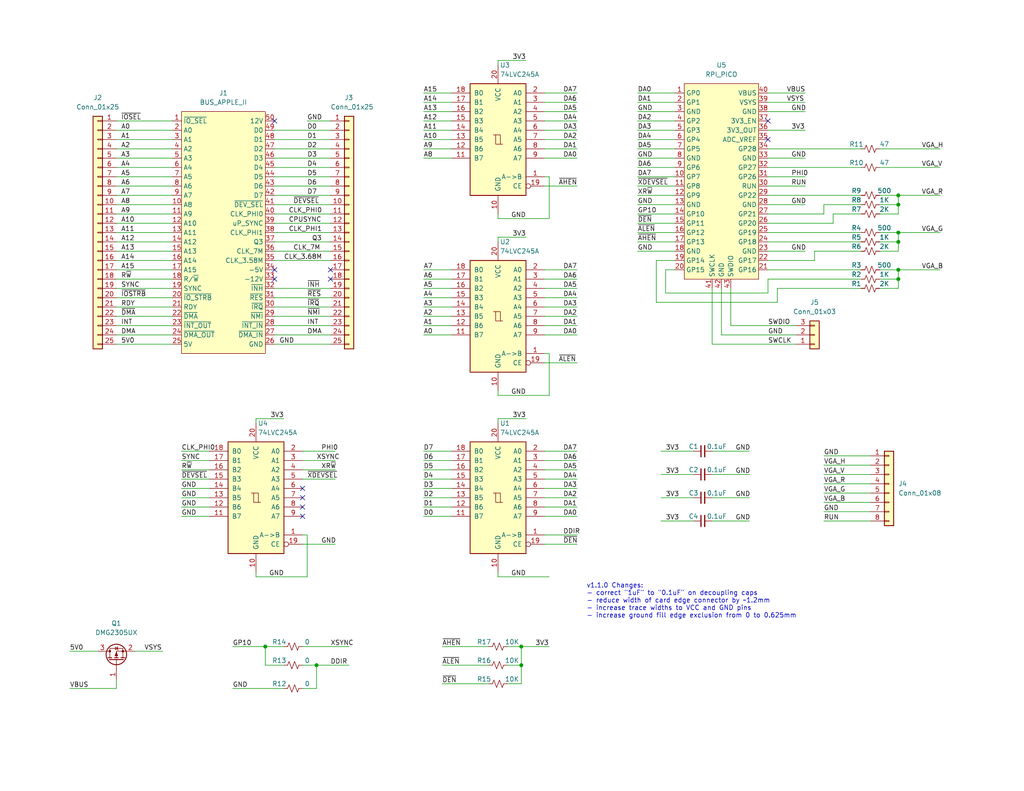
<source format=kicad_sch>
(kicad_sch (version 20230121) (generator eeschema)
  (paper "USLetter")
  (title_block (title "Apple II VGA") (date "2023-07-13") (rev "v1.1.0") (company "swetland@frotz.net"))
  (lib_symbols
    (symbol "74xx:74HC245" (pin_names (offset 1.016))
      (property "Reference" "U" (at -7.62 16.51 0))
      (property "Value" "74HC245" (at -7.62 -16.51 0))
      (symbol "74HC245_1_0"
        (polyline (pts (xy -0.635 -1.27) (xy -0.635 1.27) (xy 0.635 1.27)))
        (polyline (pts (xy -1.27 -1.27) (xy 0.635 -1.27) (xy 0.635 1.27) (xy 1.27 1.27)))
        (pin input line (at -12.7 -10.16 0) (length 5.08) (name "A->B") (number "1"))
        (pin power_in line (at 0 -20.32 90) (length 5.08) (name "GND") (number "10"))
        (pin tri_state line (at 12.7 -5.08 180) (length 5.08) (name "B7") (number "11"))
        (pin tri_state line (at 12.7 -2.54 180) (length 5.08) (name "B6") (number "12"))
        (pin tri_state line (at 12.7 0 180) (length 5.08) (name "B5") (number "13"))
        (pin tri_state line (at 12.7 2.54 180) (length 5.08) (name "B4") (number "14"))
        (pin tri_state line (at 12.7 5.08 180) (length 5.08) (name "B3") (number "15"))
        (pin tri_state line (at 12.7 7.62 180) (length 5.08) (name "B2") (number "16"))
        (pin tri_state line (at 12.7 10.16 180) (length 5.08) (name "B1") (number "17"))
        (pin tri_state line (at 12.7 12.7 180) (length 5.08) (name "B0") (number "18"))
        (pin input inverted (at -12.7 -12.7 0) (length 5.08) (name "CE") (number "19"))
        (pin tri_state line (at -12.7 12.7 0) (length 5.08) (name "A0") (number "2"))
        (pin power_in line (at 0 20.32 270) (length 5.08) (name "VCC") (number "20"))
        (pin tri_state line (at -12.7 10.16 0) (length 5.08) (name "A1") (number "3"))
        (pin tri_state line (at -12.7 7.62 0) (length 5.08) (name "A2") (number "4"))
        (pin tri_state line (at -12.7 5.08 0) (length 5.08) (name "A3") (number "5"))
        (pin tri_state line (at -12.7 2.54 0) (length 5.08) (name "A4") (number "6"))
        (pin tri_state line (at -12.7 0 0) (length 5.08) (name "A5") (number "7"))
        (pin tri_state line (at -12.7 -2.54 0) (length 5.08) (name "A6") (number "8"))
        (pin tri_state line (at -12.7 -5.08 0) (length 5.08) (name "A7") (number "9"))
      )
      (symbol "74HC245_1_1"
        (rectangle (start -7.62 15.24) (end 7.62 -15.24) (stroke (width 0.254)) (fill (type background)))
      )
    )
    (symbol "AAA Library:RPI_PICO"
      (property "Reference" "U" (at 0 -27.94 0))
      (property "Value" "RPI_PICO" (at 0 27.94 0))
      (symbol "RPI_PICO_0_1"
        (rectangle (start -10.16 26.67) (end 10.16 -26.67) (fill (type background)))
      )
      (symbol "RPI_PICO_1_1"
        (pin bidirectional line (at -12.7 24.13 0) (length 2.54) (name "GP0") (number "1"))
        (pin bidirectional line (at -12.7 1.27 0) (length 2.54) (name "GP7") (number "10"))
        (pin bidirectional line (at -12.7 -1.27 0) (length 2.54) (name "GP8") (number "11"))
        (pin bidirectional line (at -12.7 -3.81 0) (length 2.54) (name "GP9") (number "12"))
        (pin power_in line (at -12.7 -6.35 0) (length 2.54) (name "GND") (number "13"))
        (pin bidirectional line (at -12.7 -8.89 0) (length 2.54) (name "GP10") (number "14"))
        (pin bidirectional line (at -12.7 -11.43 0) (length 2.54) (name "GP11") (number "15"))
        (pin bidirectional line (at -12.7 -13.97 0) (length 2.54) (name "GP12") (number "16"))
        (pin bidirectional line (at -12.7 -16.51 0) (length 2.54) (name "GP13") (number "17"))
        (pin power_in line (at -12.7 -19.05 0) (length 2.54) (name "GND") (number "18"))
        (pin bidirectional line (at -12.7 -21.59 0) (length 2.54) (name "GP14") (number "19"))
        (pin bidirectional line (at -12.7 21.59 0) (length 2.54) (name "GP1") (number "2"))
        (pin bidirectional line (at -12.7 -24.13 0) (length 2.54) (name "GP15") (number "20"))
        (pin bidirectional line (at 12.7 -24.13 180) (length 2.54) (name "GP16") (number "21"))
        (pin bidirectional line (at 12.7 -21.59 180) (length 2.54) (name "GP17") (number "22"))
        (pin power_in line (at 12.7 -19.05 180) (length 2.54) (name "GND") (number "23"))
        (pin bidirectional line (at 12.7 -16.51 180) (length 2.54) (name "GP18") (number "24"))
        (pin bidirectional line (at 12.7 -13.97 180) (length 2.54) (name "GP19") (number "25"))
        (pin bidirectional line (at 12.7 -11.43 180) (length 2.54) (name "GP20") (number "26"))
        (pin bidirectional line (at 12.7 -8.89 180) (length 2.54) (name "GP21") (number "27"))
        (pin power_in line (at 12.7 -6.35 180) (length 2.54) (name "GND") (number "28"))
        (pin bidirectional line (at 12.7 -3.81 180) (length 2.54) (name "GP22") (number "29"))
        (pin power_in line (at -12.7 19.05 0) (length 2.54) (name "GND") (number "3"))
        (pin bidirectional line (at 12.7 -1.27 180) (length 2.54) (name "RUN") (number "30"))
        (pin bidirectional line (at 12.7 1.27 180) (length 2.54) (name "GP26") (number "31"))
        (pin bidirectional line (at 12.7 3.81 180) (length 2.54) (name "GP27") (number "32"))
        (pin power_in line (at 12.7 6.35 180) (length 2.54) (name "GND") (number "33"))
        (pin bidirectional line (at 12.7 8.89 180) (length 2.54) (name "GP28") (number "34"))
        (pin input line (at 12.7 11.43 180) (length 2.54) (name "ADC_VREF") (number "35"))
        (pin power_out line (at 12.7 13.97 180) (length 2.54) (name "3V3_OUT") (number "36"))
        (pin input line (at 12.7 16.51 180) (length 2.54) (name "3V3_EN") (number "37"))
        (pin power_in line (at 12.7 19.05 180) (length 2.54) (name "GND") (number "38"))
        (pin power_in line (at 12.7 21.59 180) (length 2.54) (name "VSYS") (number "39"))
        (pin bidirectional line (at -12.7 16.51 0) (length 2.54) (name "GP2") (number "4"))
        (pin power_in line (at 12.7 24.13 180) (length 2.54) (name "VBUS") (number "40"))
        (pin input line (at -2.54 -29.21 90) (length 2.54) (name "SWCLK") (number "41"))
        (pin input line (at 0 -29.21 90) (length 2.54) (name "GND") (number "42"))
        (pin input line (at 2.54 -29.21 90) (length 2.54) (name "SWDIO") (number "43"))
        (pin bidirectional line (at -12.7 13.97 0) (length 2.54) (name "GP3") (number "5"))
        (pin bidirectional line (at -12.7 11.43 0) (length 2.54) (name "GP4") (number "6"))
        (pin bidirectional line (at -12.7 8.89 0) (length 2.54) (name "GP5") (number "7"))
        (pin power_in line (at -12.7 6.35 0) (length 2.54) (name "GND") (number "8"))
        (pin bidirectional line (at -12.7 3.81 0) (length 2.54) (name "GP6") (number "9"))
      )
    )
    (symbol "Connector_Generic:Conn_01x03" (pin_names (offset 1.016) hide)
      (property "Reference" "J" (at 0 5.08 0))
      (property "Value" "Conn_01x03" (at 0 -5.08 0))
      (symbol "Conn_01x03_1_1"
        (rectangle (start -1.27 -2.413) (end 0 -2.667) (stroke (width 0.1524)))
        (rectangle (start -1.27 0.127) (end 0 -0.127) (stroke (width 0.1524)))
        (rectangle (start -1.27 2.667) (end 0 2.413) (stroke (width 0.1524)))
        (rectangle (start -1.27 3.81) (end 1.27 -3.81) (stroke (width 0.254)) (fill (type background)))
        (pin passive line (at -5.08 2.54 0) (length 3.81) (name "Pin_1") (number "1"))
        (pin passive line (at -5.08 0 0) (length 3.81) (name "Pin_2") (number "2"))
        (pin passive line (at -5.08 -2.54 0) (length 3.81) (name "Pin_3") (number "3"))
      )
    )
    (symbol "Connector_Generic:Conn_01x08" (pin_names (offset 1.016) hide)
      (property "Reference" "J" (at 0 10.16 0))
      (property "Value" "Conn_01x08" (at 0 -12.7 0))
      (symbol "Conn_01x08_1_1"
        (rectangle (start -1.27 -10.033) (end 0 -10.287) (stroke (width 0.1524)))
        (rectangle (start -1.27 -7.493) (end 0 -7.747) (stroke (width 0.1524)))
        (rectangle (start -1.27 -4.953) (end 0 -5.207) (stroke (width 0.1524)))
        (rectangle (start -1.27 -2.413) (end 0 -2.667) (stroke (width 0.1524)))
        (rectangle (start -1.27 0.127) (end 0 -0.127) (stroke (width 0.1524)))
        (rectangle (start -1.27 2.667) (end 0 2.413) (stroke (width 0.1524)))
        (rectangle (start -1.27 5.207) (end 0 4.953) (stroke (width 0.1524)))
        (rectangle (start -1.27 7.747) (end 0 7.493) (stroke (width 0.1524)))
        (rectangle (start -1.27 8.89) (end 1.27 -11.43) (stroke (width 0.254)) (fill (type background)))
        (pin passive line (at -5.08 7.62 0) (length 3.81) (name "Pin_1") (number "1"))
        (pin passive line (at -5.08 5.08 0) (length 3.81) (name "Pin_2") (number "2"))
        (pin passive line (at -5.08 2.54 0) (length 3.81) (name "Pin_3") (number "3"))
        (pin passive line (at -5.08 0 0) (length 3.81) (name "Pin_4") (number "4"))
        (pin passive line (at -5.08 -2.54 0) (length 3.81) (name "Pin_5") (number "5"))
        (pin passive line (at -5.08 -5.08 0) (length 3.81) (name "Pin_6") (number "6"))
        (pin passive line (at -5.08 -7.62 0) (length 3.81) (name "Pin_7") (number "7"))
        (pin passive line (at -5.08 -10.16 0) (length 3.81) (name "Pin_8") (number "8"))
      )
    )
    (symbol "Connector_Generic:Conn_01x25" (pin_names (offset 1.016) hide)
      (property "Reference" "J" (at 0 33.02 0))
      (property "Value" "Conn_01x25" (at 0 -33.02 0))
      (symbol "Conn_01x25_1_1"
        (rectangle (start -1.27 -30.353) (end 0 -30.607) (stroke (width 0.1524)))
        (rectangle (start -1.27 -27.813) (end 0 -28.067) (stroke (width 0.1524)))
        (rectangle (start -1.27 -25.273) (end 0 -25.527) (stroke (width 0.1524)))
        (rectangle (start -1.27 -22.733) (end 0 -22.987) (stroke (width 0.1524)))
        (rectangle (start -1.27 -20.193) (end 0 -20.447) (stroke (width 0.1524)))
        (rectangle (start -1.27 -17.653) (end 0 -17.907) (stroke (width 0.1524)))
        (rectangle (start -1.27 -15.113) (end 0 -15.367) (stroke (width 0.1524)))
        (rectangle (start -1.27 -12.573) (end 0 -12.827) (stroke (width 0.1524)))
        (rectangle (start -1.27 -10.033) (end 0 -10.287) (stroke (width 0.1524)))
        (rectangle (start -1.27 -7.493) (end 0 -7.747) (stroke (width 0.1524)))
        (rectangle (start -1.27 -4.953) (end 0 -5.207) (stroke (width 0.1524)))
        (rectangle (start -1.27 -2.413) (end 0 -2.667) (stroke (width 0.1524)))
        (rectangle (start -1.27 0.127) (end 0 -0.127) (stroke (width 0.1524)))
        (rectangle (start -1.27 2.667) (end 0 2.413) (stroke (width 0.1524)))
        (rectangle (start -1.27 5.207) (end 0 4.953) (stroke (width 0.1524)))
        (rectangle (start -1.27 7.747) (end 0 7.493) (stroke (width 0.1524)))
        (rectangle (start -1.27 10.287) (end 0 10.033) (stroke (width 0.1524)))
        (rectangle (start -1.27 12.827) (end 0 12.573) (stroke (width 0.1524)))
        (rectangle (start -1.27 15.367) (end 0 15.113) (stroke (width 0.1524)))
        (rectangle (start -1.27 17.907) (end 0 17.653) (stroke (width 0.1524)))
        (rectangle (start -1.27 20.447) (end 0 20.193) (stroke (width 0.1524)))
        (rectangle (start -1.27 22.987) (end 0 22.733) (stroke (width 0.1524)))
        (rectangle (start -1.27 25.527) (end 0 25.273) (stroke (width 0.1524)))
        (rectangle (start -1.27 28.067) (end 0 27.813) (stroke (width 0.1524)))
        (rectangle (start -1.27 30.607) (end 0 30.353) (stroke (width 0.1524)))
        (rectangle (start -1.27 31.75) (end 1.27 -31.75) (stroke (width 0.254)) (fill (type background)))
        (pin passive line (at -5.08 30.48 0) (length 3.81) (name "Pin_1") (number "1"))
        (pin passive line (at -5.08 7.62 0) (length 3.81) (name "Pin_10") (number "10"))
        (pin passive line (at -5.08 5.08 0) (length 3.81) (name "Pin_11") (number "11"))
        (pin passive line (at -5.08 2.54 0) (length 3.81) (name "Pin_12") (number "12"))
        (pin passive line (at -5.08 0 0) (length 3.81) (name "Pin_13") (number "13"))
        (pin passive line (at -5.08 -2.54 0) (length 3.81) (name "Pin_14") (number "14"))
        (pin passive line (at -5.08 -5.08 0) (length 3.81) (name "Pin_15") (number "15"))
        (pin passive line (at -5.08 -7.62 0) (length 3.81) (name "Pin_16") (number "16"))
        (pin passive line (at -5.08 -10.16 0) (length 3.81) (name "Pin_17") (number "17"))
        (pin passive line (at -5.08 -12.7 0) (length 3.81) (name "Pin_18") (number "18"))
        (pin passive line (at -5.08 -15.24 0) (length 3.81) (name "Pin_19") (number "19"))
        (pin passive line (at -5.08 27.94 0) (length 3.81) (name "Pin_2") (number "2"))
        (pin passive line (at -5.08 -17.78 0) (length 3.81) (name "Pin_20") (number "20"))
        (pin passive line (at -5.08 -20.32 0) (length 3.81) (name "Pin_21") (number "21"))
        (pin passive line (at -5.08 -22.86 0) (length 3.81) (name "Pin_22") (number "22"))
        (pin passive line (at -5.08 -25.4 0) (length 3.81) (name "Pin_23") (number "23"))
        (pin passive line (at -5.08 -27.94 0) (length 3.81) (name "Pin_24") (number "24"))
        (pin passive line (at -5.08 -30.48 0) (length 3.81) (name "Pin_25") (number "25"))
        (pin passive line (at -5.08 25.4 0) (length 3.81) (name "Pin_3") (number "3"))
        (pin passive line (at -5.08 22.86 0) (length 3.81) (name "Pin_4") (number "4"))
        (pin passive line (at -5.08 20.32 0) (length 3.81) (name "Pin_5") (number "5"))
        (pin passive line (at -5.08 17.78 0) (length 3.81) (name "Pin_6") (number "6"))
        (pin passive line (at -5.08 15.24 0) (length 3.81) (name "Pin_7") (number "7"))
        (pin passive line (at -5.08 12.7 0) (length 3.81) (name "Pin_8") (number "8"))
        (pin passive line (at -5.08 10.16 0) (length 3.81) (name "Pin_9") (number "9"))
      )
    )
    (symbol "Device:C_Small" (pin_numbers hide) (pin_names (offset 0.254) hide)
      (property "Reference" "C" (at 0.254 1.778 0))
      (property "Value" "C_Small" (at 0.254 -2.032 0))
      (symbol "C_Small_0_1"
        (polyline (pts (xy -1.524 -0.508) (xy 1.524 -0.508)) (stroke (width 0.3302)))
        (polyline (pts (xy -1.524 0.508) (xy 1.524 0.508)) (stroke (width 0.3048)))
      )
      (symbol "C_Small_1_1"
        (pin passive line (at 0 2.54 270) (length 2.032) (name "~") (number "1"))
        (pin passive line (at 0 -2.54 90) (length 2.032) (name "~") (number "2"))
      )
    )
    (symbol "Device:R_Small_US" (pin_numbers hide) (pin_names (offset 0.254) hide)
      (property "Reference" "R" (at 0.762 0.508 0))
      (property "Value" "R_Small_US" (at 0.762 -1.016 0))
      (symbol "R_Small_US_1_1"
        (polyline (pts (xy 0 0) (xy 1.016 -0.381) (xy 0 -0.762) (xy -1.016 -1.143) (xy 0 -1.524)))
        (polyline (pts (xy 0 1.524) (xy 1.016 1.143) (xy 0 0.762) (xy -1.016 0.381) (xy 0 0)))
        (pin passive line (at 0 2.54 270) (length 1.016) (name "~") (number "1"))
        (pin passive line (at 0 -2.54 90) (length 1.016) (name "~") (number "2"))
      )
    )
    (symbol "Transistor_FET:DMG2301L" (pin_names hide)
      (property "Reference" "Q" (at 5.08 1.905 0))
      (property "Value" "DMG2301L" (at 5.08 0 0))
      (symbol "DMG2301L_0_1"
        (polyline (pts (xy 0.254 0) (xy -2.54 0)))
        (polyline (pts (xy 0.254 1.905) (xy 0.254 -1.905)) (stroke (width 0.254)))
        (polyline (pts (xy 0.762 -1.27) (xy 0.762 -2.286)) (stroke (width 0.254)))
        (polyline (pts (xy 0.762 0.508) (xy 0.762 -0.508)) (stroke (width 0.254)))
        (polyline (pts (xy 0.762 2.286) (xy 0.762 1.27)) (stroke (width 0.254)))
        (polyline (pts (xy 2.54 2.54) (xy 2.54 1.778)))
        (polyline (pts (xy 2.54 -2.54) (xy 2.54 0) (xy 0.762 0)))
        (polyline (pts (xy 0.762 1.778) (xy 3.302 1.778) (xy 3.302 -1.778) (xy 0.762 -1.778)))
        (polyline (pts (xy 2.286 0) (xy 1.27 0.381) (xy 1.27 -0.381) (xy 2.286 0)) (fill (type outline)))
        (polyline (pts (xy 2.794 -0.508) (xy 2.921 -0.381) (xy 3.683 -0.381) (xy 3.81 -0.254)))
        (polyline (pts (xy 3.302 -0.381) (xy 2.921 0.254) (xy 3.683 0.254) (xy 3.302 -0.381)))
        (circle (center 1.651 0) (radius 2.794) (stroke (width 0.254)))
        (circle (center 2.54 -1.778) (radius 0.254) (fill (type outline)))
        (circle (center 2.54 1.778) (radius 0.254) (fill (type outline)))
      )
      (symbol "DMG2301L_1_1"
        (pin input line (at -5.08 0 0) (length 2.54) (name "G") (number "1"))
        (pin passive line (at 2.54 -5.08 90) (length 2.54) (name "S") (number "2"))
        (pin passive line (at 2.54 5.08 270) (length 2.54) (name "D") (number "3"))
      )
    )
    (symbol "library:BUS_APPLE_II"
      (property "Reference" "J" (at -10.16 -35.56 0))
      (property "Value" "BUS_APPLE_II" (at -5.08 33.02 0))
      (symbol "BUS_APPLE_II_0_1"
        (rectangle (start -11.43 31.75) (end 11.43 -34.29) (fill (type background)))
      )
      (symbol "BUS_APPLE_II_1_1"
        (pin output line (at -13.97 29.21 0) (length 2.54) (name "~{IO_SEL}") (number "1"))
        (pin bidirectional line (at -13.97 6.35 0) (length 2.54) (name "A8") (number "10"))
        (pin bidirectional line (at -13.97 3.81 0) (length 2.54) (name "A9") (number "11"))
        (pin bidirectional line (at -13.97 1.27 0) (length 2.54) (name "A10") (number "12"))
        (pin bidirectional line (at -13.97 -1.27 0) (length 2.54) (name "A11") (number "13"))
        (pin bidirectional line (at -13.97 -3.81 0) (length 2.54) (name "A12") (number "14"))
        (pin bidirectional line (at -13.97 -6.35 0) (length 2.54) (name "A13") (number "15"))
        (pin bidirectional line (at -13.97 -8.89 0) (length 2.54) (name "A14") (number "16"))
        (pin bidirectional line (at -13.97 -11.43 0) (length 2.54) (name "A15") (number "17"))
        (pin bidirectional line (at -13.97 -13.97 0) (length 2.54) (name "R/~{W}") (number "18"))
        (pin output line (at -13.97 -16.51 0) (length 2.54) (name "SYNC") (number "19"))
        (pin bidirectional line (at -13.97 26.67 0) (length 2.54) (name "A0") (number "2"))
        (pin output line (at -13.97 -19.05 0) (length 2.54) (name "~{IO_STRB}") (number "20"))
        (pin input line (at -13.97 -21.59 0) (length 2.54) (name "RDY") (number "21"))
        (pin input line (at -13.97 -24.13 0) (length 2.54) (name "~{DMA}") (number "22"))
        (pin input line (at -13.97 -26.67 0) (length 2.54) (name "~{INT_OUT}") (number "23"))
        (pin input line (at -13.97 -29.21 0) (length 2.54) (name "~{DMA_OUT}") (number "24"))
        (pin power_out line (at -13.97 -31.75 0) (length 2.54) (name "5V") (number "25"))
        (pin power_out line (at 13.97 -31.75 180) (length 2.54) (name "GND") (number "26"))
        (pin output line (at 13.97 -29.21 180) (length 2.54) (name "~{DMA_IN}") (number "27"))
        (pin output line (at 13.97 -26.67 180) (length 2.54) (name "~{INT_IN}") (number "28"))
        (pin input line (at 13.97 -24.13 180) (length 2.54) (name "~{NMI}") (number "29"))
        (pin bidirectional line (at -13.97 24.13 0) (length 2.54) (name "A1") (number "3"))
        (pin input line (at 13.97 -21.59 180) (length 2.54) (name "~{IRQ}") (number "30"))
        (pin input line (at 13.97 -19.05 180) (length 2.54) (name "~{RES}") (number "31"))
        (pin input line (at 13.97 -16.51 180) (length 2.54) (name "~{INH}") (number "32"))
        (pin power_out line (at 13.97 -13.97 180) (length 2.54) (name "-12V") (number "33"))
        (pin output line (at 13.97 -11.43 180) (length 2.54) (name "-5V") (number "34"))
        (pin output line (at 13.97 -8.89 180) (length 2.54) (name "CLK_3.58M") (number "35"))
        (pin output line (at 13.97 -6.35 180) (length 2.54) (name "CLK_7M") (number "36"))
        (pin output line (at 13.97 -3.81 180) (length 2.54) (name "Q3") (number "37"))
        (pin output line (at 13.97 -1.27 180) (length 2.54) (name "CLK_PHI1") (number "38"))
        (pin output line (at 13.97 1.27 180) (length 2.54) (name "uP_SYNC") (number "39"))
        (pin bidirectional line (at -13.97 21.59 0) (length 2.54) (name "A2") (number "4"))
        (pin output line (at 13.97 3.81 180) (length 2.54) (name "CLK_PHI0") (number "40"))
        (pin output line (at 13.97 6.35 180) (length 2.54) (name "~{DEV_SEL}") (number "41"))
        (pin bidirectional line (at 13.97 8.89 180) (length 2.54) (name "D7") (number "42"))
        (pin bidirectional line (at 13.97 11.43 180) (length 2.54) (name "D6") (number "43"))
        (pin bidirectional line (at 13.97 13.97 180) (length 2.54) (name "D5") (number "44"))
        (pin bidirectional line (at 13.97 16.51 180) (length 2.54) (name "D4") (number "45"))
        (pin bidirectional line (at 13.97 19.05 180) (length 2.54) (name "D3") (number "46"))
        (pin bidirectional line (at 13.97 21.59 180) (length 2.54) (name "D2") (number "47"))
        (pin bidirectional line (at 13.97 24.13 180) (length 2.54) (name "D1") (number "48"))
        (pin bidirectional line (at 13.97 26.67 180) (length 2.54) (name "D0") (number "49"))
        (pin bidirectional line (at -13.97 19.05 0) (length 2.54) (name "A3") (number "5"))
        (pin power_out line (at 13.97 29.21 180) (length 2.54) (name "12V") (number "50"))
        (pin bidirectional line (at -13.97 16.51 0) (length 2.54) (name "A4") (number "6"))
        (pin bidirectional line (at -13.97 13.97 0) (length 2.54) (name "A5") (number "7"))
        (pin bidirectional line (at -13.97 11.43 0) (length 2.54) (name "A6") (number "8"))
        (pin bidirectional line (at -13.97 8.89 0) (length 2.54) (name "A7") (number "9"))
      )
    )
  )
  (junction (at 72.39 176.53))
  (junction (at 245.11 76.2))
  (junction (at 142.24 181.61))
  (junction (at 245.11 66.04))
  (junction (at 245.11 63.5))
  (junction (at 245.11 73.66))
  (junction (at 142.24 176.53))
  (junction (at 86.36 181.61))
  (junction (at 245.11 55.88))
  (junction (at 245.11 53.34))
  (no_connect (at 90.17 73.66))
  (no_connect (at 90.17 76.2))
  (no_connect (at 82.55 140.97))
  (no_connect (at 82.55 138.43))
  (no_connect (at 82.55 133.35))
  (no_connect (at 82.55 135.89))
  (no_connect (at 209.55 38.1))
  (no_connect (at 209.55 33.02))
  (no_connect (at 74.93 33.02))
  (no_connect (at 74.93 76.2))
  (no_connect (at 74.93 73.66))
  (wire (pts (xy 31.75 91.44) (xy 46.99 91.44)))
  (wire (pts (xy 135.89 157.48) (xy 149.86 157.48)))
  (wire (pts (xy 240.03 40.64) (xy 256.54 40.64)))
  (wire (pts (xy 57.15 138.43) (xy 49.53 138.43)))
  (wire (pts (xy 181.61 80.01) (xy 209.55 80.01)))
  (wire (pts (xy 31.75 81.28) (xy 46.99 81.28)))
  (wire (pts (xy 19.05 177.8) (xy 26.67 177.8)))
  (wire (pts (xy 224.79 139.7) (xy 237.49 139.7)))
  (wire (pts (xy 91.44 123.19) (xy 82.55 123.19)))
  (wire (pts (xy 86.36 181.61) (xy 95.25 181.61)))
  (wire (pts (xy 173.99 50.8) (xy 184.15 50.8)))
  (wire (pts (xy 227.33 60.96) (xy 227.33 58.42)))
  (wire (pts (xy 135.89 66.04) (xy 135.89 64.77)))
  (wire (pts (xy 209.55 66.04) (xy 234.95 66.04)))
  (wire (pts (xy 123.19 73.66) (xy 115.57 73.66)))
  (wire (pts (xy 36.83 177.8) (xy 44.45 177.8)))
  (wire (pts (xy 234.95 78.74) (xy 212.09 78.74)))
  (wire (pts (xy 181.61 73.66) (xy 181.61 80.01)))
  (wire (pts (xy 31.75 83.82) (xy 46.99 83.82)))
  (wire (pts (xy 240.03 76.2) (xy 245.11 76.2)))
  (wire (pts (xy 69.85 157.48) (xy 83.82 157.48)))
  (wire (pts (xy 180.34 142.24) (xy 189.23 142.24)))
  (wire (pts (xy 194.31 142.24) (xy 204.47 142.24)))
  (wire (pts (xy 83.82 33.02) (xy 90.17 33.02)))
  (wire (pts (xy 77.47 114.3) (xy 69.85 114.3)))
  (wire (pts (xy 123.19 135.89) (xy 115.57 135.89)))
  (wire (pts (xy 157.48 76.2) (xy 148.59 76.2)))
  (wire (pts (xy 135.89 59.69) (xy 149.86 59.69)))
  (wire (pts (xy 120.65 176.53) (xy 133.35 176.53)))
  (wire (pts (xy 120.65 186.69) (xy 133.35 186.69)))
  (wire (pts (xy 123.19 138.43) (xy 115.57 138.43)))
  (wire (pts (xy 142.24 176.53) (xy 149.86 176.53)))
  (wire (pts (xy 74.93 55.88) (xy 90.17 55.88)))
  (wire (pts (xy 157.48 86.36) (xy 148.59 86.36)))
  (wire (pts (xy 209.55 53.34) (xy 234.95 53.34)))
  (wire (pts (xy 74.93 48.26) (xy 90.17 48.26)))
  (wire (pts (xy 31.75 43.18) (xy 46.99 43.18)))
  (wire (pts (xy 209.55 58.42) (xy 224.79 58.42)))
  (wire (pts (xy 123.19 40.64) (xy 115.57 40.64)))
  (wire (pts (xy 31.75 73.66) (xy 46.99 73.66)))
  (wire (pts (xy 143.51 16.51) (xy 135.89 16.51)))
  (wire (pts (xy 157.48 38.1) (xy 148.59 38.1)))
  (wire (pts (xy 91.44 125.73) (xy 82.55 125.73)))
  (wire (pts (xy 74.93 50.8) (xy 90.17 50.8)))
  (wire (pts (xy 57.15 128.27) (xy 49.53 128.27)))
  (wire (pts (xy 123.19 125.73) (xy 115.57 125.73)))
  (wire (pts (xy 142.24 186.69) (xy 142.24 181.61)))
  (wire (pts (xy 123.19 88.9) (xy 115.57 88.9)))
  (wire (pts (xy 82.55 187.96) (xy 86.36 187.96)))
  (wire (pts (xy 173.99 33.02) (xy 184.15 33.02)))
  (wire (pts (xy 157.48 73.66) (xy 148.59 73.66)))
  (wire (pts (xy 86.36 181.61) (xy 82.55 181.61)))
  (wire (pts (xy 123.19 81.28) (xy 115.57 81.28)))
  (wire (pts (xy 83.82 146.05) (xy 83.82 157.48)))
  (wire (pts (xy 157.48 35.56) (xy 148.59 35.56)))
  (wire (pts (xy 157.48 30.48) (xy 148.59 30.48)))
  (wire (pts (xy 123.19 123.19) (xy 115.57 123.19)))
  (wire (pts (xy 173.99 45.72) (xy 184.15 45.72)))
  (wire (pts (xy 148.59 48.26) (xy 149.86 48.26)))
  (wire (pts (xy 194.31 135.89) (xy 204.47 135.89)))
  (wire (pts (xy 245.11 58.42) (xy 245.11 55.88)))
  (wire (pts (xy 196.85 78.74) (xy 196.85 91.44)))
  (wire (pts (xy 199.39 88.9) (xy 217.17 88.9)))
  (wire (pts (xy 63.5 187.96) (xy 77.47 187.96)))
  (wire (pts (xy 209.55 30.48) (xy 219.71 30.48)))
  (wire (pts (xy 19.05 187.96) (xy 31.75 187.96)))
  (wire (pts (xy 222.25 71.12) (xy 222.25 68.58)))
  (wire (pts (xy 31.75 53.34) (xy 46.99 53.34)))
  (wire (pts (xy 173.99 30.48) (xy 184.15 30.48)))
  (wire (pts (xy 31.75 88.9) (xy 46.99 88.9)))
  (wire (pts (xy 77.47 181.61) (xy 72.39 181.61)))
  (wire (pts (xy 240.03 55.88) (xy 245.11 55.88)))
  (wire (pts (xy 173.99 63.5) (xy 184.15 63.5)))
  (wire (pts (xy 31.75 185.42) (xy 31.75 187.96)))
  (wire (pts (xy 135.89 106.68) (xy 135.89 107.95)))
  (wire (pts (xy 209.55 45.72) (xy 234.95 45.72)))
  (wire (pts (xy 240.03 53.34) (xy 245.11 53.34)))
  (wire (pts (xy 120.65 181.61) (xy 133.35 181.61)))
  (wire (pts (xy 173.99 35.56) (xy 184.15 35.56)))
  (wire (pts (xy 194.31 129.54) (xy 204.47 129.54)))
  (wire (pts (xy 138.43 181.61) (xy 142.24 181.61)))
  (wire (pts (xy 143.51 64.77) (xy 135.89 64.77)))
  (wire (pts (xy 179.07 71.12) (xy 184.15 71.12)))
  (wire (pts (xy 74.93 63.5) (xy 90.17 63.5)))
  (wire (pts (xy 31.75 45.72) (xy 46.99 45.72)))
  (wire (pts (xy 240.03 63.5) (xy 245.11 63.5)))
  (wire (pts (xy 123.19 43.18) (xy 115.57 43.18)))
  (wire (pts (xy 173.99 27.94) (xy 184.15 27.94)))
  (wire (pts (xy 157.48 40.64) (xy 148.59 40.64)))
  (wire (pts (xy 224.79 55.88) (xy 234.95 55.88)))
  (wire (pts (xy 212.09 78.74) (xy 212.09 82.55)))
  (wire (pts (xy 57.15 123.19) (xy 49.53 123.19)))
  (wire (pts (xy 135.89 115.57) (xy 135.89 114.3)))
  (wire (pts (xy 173.99 38.1) (xy 184.15 38.1)))
  (wire (pts (xy 74.93 35.56) (xy 90.17 35.56)))
  (wire (pts (xy 173.99 25.4) (xy 184.15 25.4)))
  (wire (pts (xy 31.75 40.64) (xy 46.99 40.64)))
  (wire (pts (xy 123.19 25.4) (xy 115.57 25.4)))
  (wire (pts (xy 157.48 99.06) (xy 148.59 99.06)))
  (wire (pts (xy 74.93 71.12) (xy 90.17 71.12)))
  (wire (pts (xy 245.11 68.58) (xy 245.11 66.04)))
  (wire (pts (xy 157.48 33.02) (xy 148.59 33.02)))
  (wire (pts (xy 149.86 48.26) (xy 149.86 59.69)))
  (wire (pts (xy 157.48 140.97) (xy 148.59 140.97)))
  (wire (pts (xy 74.93 93.98) (xy 90.17 93.98)))
  (wire (pts (xy 31.75 58.42) (xy 46.99 58.42)))
  (wire (pts (xy 245.11 76.2) (xy 245.11 73.66)))
  (wire (pts (xy 224.79 137.16) (xy 237.49 137.16)))
  (wire (pts (xy 245.11 63.5) (xy 256.54 63.5)))
  (wire (pts (xy 157.48 91.44) (xy 148.59 91.44)))
  (wire (pts (xy 209.55 60.96) (xy 227.33 60.96)))
  (wire (pts (xy 209.55 50.8) (xy 219.71 50.8)))
  (wire (pts (xy 209.55 76.2) (xy 209.55 80.01)))
  (wire (pts (xy 157.48 148.59) (xy 148.59 148.59)))
  (wire (pts (xy 91.44 148.59) (xy 82.55 148.59)))
  (wire (pts (xy 212.09 82.55) (xy 179.07 82.55)))
  (wire (pts (xy 123.19 133.35) (xy 115.57 133.35)))
  (wire (pts (xy 209.55 63.5) (xy 234.95 63.5)))
  (wire (pts (xy 123.19 140.97) (xy 115.57 140.97)))
  (wire (pts (xy 157.48 27.94) (xy 148.59 27.94)))
  (wire (pts (xy 31.75 38.1) (xy 46.99 38.1)))
  (wire (pts (xy 173.99 58.42) (xy 184.15 58.42)))
  (wire (pts (xy 74.93 66.04) (xy 90.17 66.04)))
  (wire (pts (xy 74.93 60.96) (xy 90.17 60.96)))
  (wire (pts (xy 123.19 91.44) (xy 115.57 91.44)))
  (wire (pts (xy 142.24 181.61) (xy 142.24 176.53)))
  (wire (pts (xy 74.93 43.18) (xy 90.17 43.18)))
  (wire (pts (xy 74.93 38.1) (xy 90.17 38.1)))
  (wire (pts (xy 123.19 83.82) (xy 115.57 83.82)))
  (wire (pts (xy 123.19 128.27) (xy 115.57 128.27)))
  (wire (pts (xy 179.07 82.55) (xy 179.07 71.12)))
  (wire (pts (xy 240.03 66.04) (xy 245.11 66.04)))
  (wire (pts (xy 173.99 40.64) (xy 184.15 40.64)))
  (wire (pts (xy 209.55 43.18) (xy 219.71 43.18)))
  (wire (pts (xy 74.93 86.36) (xy 90.17 86.36)))
  (wire (pts (xy 224.79 132.08) (xy 237.49 132.08)))
  (wire (pts (xy 74.93 81.28) (xy 90.17 81.28)))
  (wire (pts (xy 157.48 81.28) (xy 148.59 81.28)))
  (wire (pts (xy 245.11 66.04) (xy 245.11 63.5)))
  (wire (pts (xy 69.85 156.21) (xy 69.85 157.48)))
  (wire (pts (xy 123.19 76.2) (xy 115.57 76.2)))
  (wire (pts (xy 224.79 124.46) (xy 237.49 124.46)))
  (wire (pts (xy 31.75 76.2) (xy 46.99 76.2)))
  (wire (pts (xy 86.36 187.96) (xy 86.36 181.61)))
  (wire (pts (xy 31.75 48.26) (xy 46.99 48.26)))
  (wire (pts (xy 209.55 25.4) (xy 219.71 25.4)))
  (wire (pts (xy 74.93 83.82) (xy 90.17 83.82)))
  (wire (pts (xy 57.15 130.81) (xy 49.53 130.81)))
  (wire (pts (xy 123.19 27.94) (xy 115.57 27.94)))
  (wire (pts (xy 91.44 130.81) (xy 82.55 130.81)))
  (wire (pts (xy 31.75 93.98) (xy 46.99 93.98)))
  (wire (pts (xy 245.11 78.74) (xy 245.11 76.2)))
  (wire (pts (xy 74.93 53.34) (xy 90.17 53.34)))
  (wire (pts (xy 194.31 93.98) (xy 217.17 93.98)))
  (wire (pts (xy 173.99 43.18) (xy 184.15 43.18)))
  (wire (pts (xy 157.48 135.89) (xy 148.59 135.89)))
  (wire (pts (xy 157.48 50.8) (xy 148.59 50.8)))
  (wire (pts (xy 31.75 55.88) (xy 46.99 55.88)))
  (wire (pts (xy 31.75 68.58) (xy 46.99 68.58)))
  (wire (pts (xy 72.39 176.53) (xy 77.47 176.53)))
  (wire (pts (xy 143.51 114.3) (xy 135.89 114.3)))
  (wire (pts (xy 157.48 130.81) (xy 148.59 130.81)))
  (wire (pts (xy 157.48 78.74) (xy 148.59 78.74)))
  (wire (pts (xy 123.19 78.74) (xy 115.57 78.74)))
  (wire (pts (xy 148.59 96.52) (xy 149.86 96.52)))
  (wire (pts (xy 63.5 176.53) (xy 72.39 176.53)))
  (wire (pts (xy 74.93 40.64) (xy 90.17 40.64)))
  (wire (pts (xy 31.75 66.04) (xy 46.99 66.04)))
  (wire (pts (xy 135.89 156.21) (xy 135.89 157.48)))
  (wire (pts (xy 135.89 17.78) (xy 135.89 16.51)))
  (wire (pts (xy 245.11 53.34) (xy 245.11 55.88)))
  (wire (pts (xy 82.55 146.05) (xy 83.82 146.05)))
  (wire (pts (xy 180.34 135.89) (xy 189.23 135.89)))
  (wire (pts (xy 209.55 55.88) (xy 219.71 55.88)))
  (wire (pts (xy 240.03 45.72) (xy 256.54 45.72)))
  (wire (pts (xy 173.99 60.96) (xy 184.15 60.96)))
  (wire (pts (xy 57.15 140.97) (xy 49.53 140.97)))
  (wire (pts (xy 157.48 43.18) (xy 148.59 43.18)))
  (wire (pts (xy 31.75 33.02) (xy 46.99 33.02)))
  (wire (pts (xy 149.86 96.52) (xy 149.86 107.95)))
  (wire (pts (xy 240.03 58.42) (xy 245.11 58.42)))
  (wire (pts (xy 209.55 40.64) (xy 234.95 40.64)))
  (wire (pts (xy 180.34 123.19) (xy 189.23 123.19)))
  (wire (pts (xy 157.48 133.35) (xy 148.59 133.35)))
  (wire (pts (xy 240.03 73.66) (xy 245.11 73.66)))
  (wire (pts (xy 209.55 35.56) (xy 219.71 35.56)))
  (wire (pts (xy 157.48 123.19) (xy 148.59 123.19)))
  (wire (pts (xy 173.99 55.88) (xy 184.15 55.88)))
  (wire (pts (xy 123.19 33.02) (xy 115.57 33.02)))
  (wire (pts (xy 57.15 135.89) (xy 49.53 135.89)))
  (wire (pts (xy 135.89 107.95) (xy 149.86 107.95)))
  (wire (pts (xy 57.15 133.35) (xy 49.53 133.35)))
  (wire (pts (xy 31.75 50.8) (xy 46.99 50.8)))
  (wire (pts (xy 173.99 48.26) (xy 184.15 48.26)))
  (wire (pts (xy 74.93 91.44) (xy 90.17 91.44)))
  (wire (pts (xy 123.19 35.56) (xy 115.57 35.56)))
  (wire (pts (xy 138.43 176.53) (xy 142.24 176.53)))
  (wire (pts (xy 74.93 58.42) (xy 90.17 58.42)))
  (wire (pts (xy 196.85 91.44) (xy 217.17 91.44)))
  (wire (pts (xy 209.55 68.58) (xy 219.71 68.58)))
  (wire (pts (xy 57.15 125.73) (xy 49.53 125.73)))
  (wire (pts (xy 31.75 60.96) (xy 46.99 60.96)))
  (wire (pts (xy 245.11 73.66) (xy 256.54 73.66)))
  (wire (pts (xy 31.75 63.5) (xy 46.99 63.5)))
  (wire (pts (xy 209.55 48.26) (xy 219.71 48.26)))
  (wire (pts (xy 194.31 123.19) (xy 204.47 123.19)))
  (wire (pts (xy 157.48 125.73) (xy 148.59 125.73)))
  (wire (pts (xy 123.19 30.48) (xy 115.57 30.48)))
  (wire (pts (xy 31.75 78.74) (xy 46.99 78.74)))
  (wire (pts (xy 74.93 78.74) (xy 90.17 78.74)))
  (wire (pts (xy 209.55 73.66) (xy 234.95 73.66)))
  (wire (pts (xy 123.19 130.81) (xy 115.57 130.81)))
  (wire (pts (xy 138.43 186.69) (xy 142.24 186.69)))
  (wire (pts (xy 224.79 134.62) (xy 237.49 134.62)))
  (wire (pts (xy 31.75 71.12) (xy 46.99 71.12)))
  (wire (pts (xy 157.48 83.82) (xy 148.59 83.82)))
  (wire (pts (xy 135.89 58.42) (xy 135.89 59.69)))
  (wire (pts (xy 157.48 128.27) (xy 148.59 128.27)))
  (wire (pts (xy 224.79 129.54) (xy 237.49 129.54)))
  (wire (pts (xy 224.79 127) (xy 237.49 127)))
  (wire (pts (xy 199.39 78.74) (xy 199.39 88.9)))
  (wire (pts (xy 209.55 71.12) (xy 222.25 71.12)))
  (wire (pts (xy 173.99 53.34) (xy 184.15 53.34)))
  (wire (pts (xy 69.85 115.57) (xy 69.85 114.3)))
  (wire (pts (xy 209.55 76.2) (xy 234.95 76.2)))
  (wire (pts (xy 224.79 58.42) (xy 224.79 55.88)))
  (wire (pts (xy 31.75 35.56) (xy 46.99 35.56)))
  (wire (pts (xy 157.48 88.9) (xy 148.59 88.9)))
  (wire (pts (xy 72.39 181.61) (xy 72.39 176.53)))
  (wire (pts (xy 222.25 68.58) (xy 234.95 68.58)))
  (wire (pts (xy 173.99 68.58) (xy 184.15 68.58)))
  (wire (pts (xy 123.19 86.36) (xy 115.57 86.36)))
  (wire (pts (xy 148.59 146.05) (xy 157.48 146.05)))
  (wire (pts (xy 245.11 53.34) (xy 256.54 53.34)))
  (wire (pts (xy 74.93 68.58) (xy 90.17 68.58)))
  (wire (pts (xy 82.55 176.53) (xy 95.25 176.53)))
  (wire (pts (xy 209.55 27.94) (xy 219.71 27.94)))
  (wire (pts (xy 31.75 86.36) (xy 46.99 86.36)))
  (wire (pts (xy 157.48 25.4) (xy 148.59 25.4)))
  (wire (pts (xy 224.79 142.24) (xy 237.49 142.24)))
  (wire (pts (xy 123.19 38.1) (xy 115.57 38.1)))
  (wire (pts (xy 74.93 45.72) (xy 90.17 45.72)))
  (wire (pts (xy 240.03 68.58) (xy 245.11 68.58)))
  (wire (pts (xy 180.34 129.54) (xy 189.23 129.54)))
  (wire (pts (xy 227.33 58.42) (xy 234.95 58.42)))
  (wire (pts (xy 194.31 78.74) (xy 194.31 93.98)))
  (wire (pts (xy 184.15 73.66) (xy 181.61 73.66)))
  (wire (pts (xy 173.99 66.04) (xy 184.15 66.04)))
  (wire (pts (xy 91.44 128.27) (xy 82.55 128.27)))
  (wire (pts (xy 240.03 78.74) (xy 245.11 78.74)))
  (wire (pts (xy 74.93 88.9) (xy 90.17 88.9)))
  (wire (pts (xy 157.48 138.43) (xy 148.59 138.43)))
  (text "v1.1.0 Changes:\n- correct \"1uF\" to \"0.1uF\" on decoupling caps\n- reduce width of card edge connector by ~1.2mm\n- increase trace widths to VCC and GND pins\n- increase ground fill edge exclusion from 0 to 0.625mm" (at 160.02 168.91 0) (effects (font (size 1.27 1.27)) (justify left bottom)))
  (label "CLK_3.68M" (at 77.47 71.12 0))
  (label "DA2" (at 173.99 33.02 0))
  (label "VGA_H" (at 224.79 127 0))
  (label "~{DEN}" (at 153.67 148.59 0))
  (label "DA6" (at 153.67 76.2 0))
  (label "VGA_G" (at 251.46 63.5 0))
  (label "A10" (at 33.02 60.96 0))
  (label "DA6" (at 153.67 27.94 0))
  (label "DA3" (at 153.67 133.35 0))
  (label "INT" (at 33.02 88.9 0))
  (label "GND" (at 87.63 148.59 0))
  (label "GND" (at 215.9 30.48 0))
  (label "VSYS" (at 39.37 177.8 0))
  (label "~{XDEVSEL}" (at 173.99 50.8 0))
  (label "CLK_PHI1" (at 78.74 63.5 0))
  (label "A2" (at 33.02 40.64 0))
  (label "DA6" (at 173.99 45.72 0))
  (label "GND" (at 49.53 133.35 0))
  (label "DA5" (at 173.99 40.64 0))
  (label "DA4" (at 153.67 130.81 0))
  (label "DA1" (at 153.67 88.9 0))
  (label "GND" (at 200.66 129.54 0))
  (label "A5" (at 33.02 48.26 0))
  (label "~{RES}" (at 83.82 81.28 0))
  (label "DA0" (at 153.67 43.18 0))
  (label "GND" (at 173.99 43.18 0))
  (label "DA5" (at 153.67 78.74 0))
  (label "VGA_G" (at 224.79 134.62 0))
  (label "~{DMA}" (at 33.02 86.36 0))
  (label "GND" (at 83.82 33.02 0))
  (label "DA2" (at 153.67 135.89 0))
  (label "SWCLK" (at 209.55 93.98 0))
  (label "A12" (at 115.57 33.02 0))
  (label "GND" (at 200.66 142.24 0))
  (label "A12" (at 33.02 66.04 0))
  (label "GND" (at 224.79 139.7 0))
  (label "DA2" (at 153.67 38.1 0))
  (label "VSYS" (at 214.63 27.94 0))
  (label "GND" (at 173.99 55.88 0))
  (label "A4" (at 115.57 81.28 0))
  (label "A11" (at 115.57 35.56 0))
  (label "~{NMI}" (at 83.82 86.36 0))
  (label "DA1" (at 153.67 138.43 0))
  (label "GND" (at 173.99 30.48 0))
  (label "A13" (at 33.02 68.58 0))
  (label "SYNC" (at 33.02 78.74 0))
  (label "3V3" (at 181.61 123.19 0))
  (label "DDIR" (at 153.67 146.05 0))
  (label "~{AHEN}" (at 173.99 66.04 0))
  (label "VBUS" (at 19.05 187.96 0))
  (label "CLK_7M" (at 80.01 68.58 0))
  (label "VGA_R" (at 251.46 53.34 0))
  (label "5V0" (at 19.05 177.8 0))
  (label "VBUS" (at 214.63 25.4 0))
  (label "RUN" (at 215.9 50.8 0))
  (label "GND" (at 200.66 123.19 0))
  (label "~{DEN}" (at 173.99 60.96 0))
  (label "A15" (at 115.57 25.4 0))
  (label "3V3" (at 215.9 35.56 0))
  (label "XSYNC" (at 86.36 125.73 0))
  (label "A1" (at 115.57 88.9 0))
  (label "XR~{W}" (at 87.63 128.27 0))
  (label "DA0" (at 153.67 91.44 0))
  (label "A3" (at 115.57 83.82 0))
  (label "DA7" (at 153.67 25.4 0))
  (label "3V3" (at 77.47 114.3 180))
  (label "D7" (at 115.57 123.19 0))
  (label "D3" (at 115.57 133.35 0))
  (label "GND" (at 49.53 135.89 0))
  (label "DA4" (at 173.99 38.1 0))
  (label "A14" (at 115.57 27.94 0))
  (label "GND" (at 215.9 55.88 0))
  (label "VGA_R" (at 224.79 132.08 0))
  (label "D0" (at 115.57 140.97 0))
  (label "~{IOSEL}" (at 33.02 33.02 0))
  (label "~{IOSTRB}" (at 33.02 81.28 0))
  (label "DA3" (at 173.99 35.56 0))
  (label "3V3" (at 181.61 129.54 0))
  (label "~{ALEN}" (at 120.65 181.61 0))
  (label "VGA_V" (at 224.79 129.54 0))
  (label "~{ALEN}" (at 152.4 99.06 0))
  (label "DA5" (at 153.67 128.27 0))
  (label "A6" (at 115.57 76.2 0))
  (label "GND" (at 143.51 59.69 180))
  (label "A7" (at 115.57 73.66 0))
  (label "~{INH}" (at 83.82 78.74 0))
  (label "D3" (at 83.82 43.18 0))
  (label "D5" (at 83.82 48.26 0))
  (label "GND" (at 49.53 140.97 0))
  (label "CLK_PHI0" (at 78.74 58.42 0))
  (label "D1" (at 83.82 38.1 0))
  (label "5V0" (at 33.02 93.98 0))
  (label "XSYNC" (at 90.17 176.53 0))
  (label "A11" (at 33.02 63.5 0))
  (label "A8" (at 115.57 43.18 0))
  (label "R~{W}" (at 33.02 76.2 0))
  (label "DA0" (at 173.99 25.4 0))
  (label "VGA_V" (at 251.46 45.72 0))
  (label "DA6" (at 153.67 125.73 0))
  (label "DA7" (at 153.67 123.19 0))
  (label "VGA_B" (at 251.46 73.66 0))
  (label "GND" (at 200.66 135.89 0))
  (label "A9" (at 33.02 58.42 0))
  (label "A7" (at 33.02 53.34 0))
  (label "RUN" (at 224.79 142.24 0))
  (label "DA3" (at 153.67 83.82 0))
  (label "D2" (at 83.82 40.64 0))
  (label "PHI0" (at 87.63 123.19 0))
  (label "CLK_PHI0" (at 49.53 123.19 0))
  (label "A0" (at 115.57 91.44 0))
  (label "D6" (at 83.82 50.8 0))
  (label "DA7" (at 153.67 73.66 0))
  (label "GND" (at 173.99 68.58 0))
  (label "A2" (at 115.57 86.36 0))
  (label "D7" (at 83.82 53.34 0))
  (label "~{DEN}" (at 120.65 186.69 0))
  (label "DA1" (at 153.67 40.64 0))
  (label "GND" (at 77.47 157.48 180))
  (label "A0" (at 33.02 35.56 0))
  (label "GND" (at 76.2 93.98 0))
  (label "~{AHEN}" (at 120.65 176.53 0))
  (label "D4" (at 115.57 130.81 0))
  (label "GP10" (at 173.99 58.42 0))
  (label "~{AHEN}" (at 152.4 50.8 0))
  (label "SWDIO" (at 209.55 88.9 0))
  (label "3V3" (at 181.61 142.24 0))
  (label "GND" (at 63.5 187.96 0))
  (label "D2" (at 115.57 135.89 0))
  (label "A4" (at 33.02 45.72 0))
  (label "RDY" (at 33.02 83.82 0))
  (label "DA4" (at 153.67 33.02 0))
  (label "A10" (at 115.57 38.1 0))
  (label "DA0" (at 153.67 140.97 0))
  (label "DA7" (at 173.99 48.26 0))
  (label "A8" (at 33.02 55.88 0))
  (label "D6" (at 115.57 125.73 0))
  (label "SYNC" (at 49.53 125.73 0))
  (label "A15" (at 33.02 73.66 0))
  (label "GND" (at 209.55 91.44 0))
  (label "GND" (at 143.51 107.95 180))
  (label "A13" (at 115.57 30.48 0))
  (label "A9" (at 115.57 40.64 0))
  (label "GND" (at 143.51 157.48 180))
  (label "DA4" (at 153.67 81.28 0))
  (label "3V3" (at 181.61 135.89 0))
  (label "VGA_B" (at 224.79 137.16 0))
  (label "DA1" (at 173.99 27.94 0))
  (label "A14" (at 33.02 71.12 0))
  (label "INT" (at 83.82 88.9 0))
  (label "DA3" (at 153.67 35.56 0))
  (label "D0" (at 83.82 35.56 0))
  (label "~{DEVSEL}" (at 49.53 130.81 0))
  (label "DMA" (at 83.82 91.44 0))
  (label "D4" (at 83.82 45.72 0))
  (label "XR~{W}" (at 173.99 53.34 0))
  (label "~{ALEN}" (at 173.99 63.5 0))
  (label "A5" (at 115.57 78.74 0))
  (label "DA2" (at 153.67 86.36 0))
  (label "CPUSYNC" (at 78.74 60.96 0))
  (label "DA5" (at 153.67 30.48 0))
  (label "GP10" (at 63.5 176.53 0))
  (label "A6" (at 33.02 50.8 0))
  (label "A3" (at 33.02 43.18 0))
  (label "3V3" (at 143.51 64.77 180))
  (label "Q3" (at 85.09 66.04 0))
  (label "~{XDEVSEL}" (at 83.82 130.81 0))
  (label "GND" (at 49.53 138.43 0))
  (label "PHI0" (at 215.9 48.26 0))
  (label "3V3" (at 143.51 114.3 180))
  (label "GND" (at 215.9 43.18 0))
  (label "3V3" (at 143.51 16.51 180))
  (label "~{DEVSEL}" (at 80.01 55.88 0))
  (label "DDIR" (at 90.17 181.61 0))
  (label "A1" (at 33.02 38.1 0))
  (label "VGA_H" (at 251.46 40.64 0))
  (label "3V3" (at 146.05 176.53 0))
  (label "GND" (at 215.9 68.58 0))
  (label "~{IRQ}" (at 83.82 83.82 0))
  (label "GND" (at 224.79 124.46 0))
  (label "D5" (at 115.57 128.27 0))
  (label "DMA" (at 33.02 91.44 0))
  (label "R~{W}" (at 49.53 128.27 0))
  (label "D1" (at 115.57 138.43 0))
  (symbol (lib_id "Device:C_Small") (at 191.77 129.54 90) (unit 1)
    (property "Reference" "C2" (at 189.23 128.27 90))
    (property "Value" "0.1uF" (at 195.58 128.27 90))
    (property "Footprint" "Capacitor_SMD:C_0603_1608Metric_Pad1.08x0.95mm_HandSolder" (effects hide))
  )
  (symbol (lib_id "Device:R_Small_US") (at 237.49 53.34 90) (unit 1)
    (property "Reference" "R9" (at 233.68 52.07 90))
    (property "Value" "500" (at 241.3 52.07 90))
    (property "Footprint" "Resistor_SMD:R_0603_1608Metric_Pad0.98x0.95mm_HandSolder" (effects hide))
  )
  (symbol (lib_id "Transistor_FET:DMG2301L") (at 31.75 180.34 90) (unit 1)
    (property "Reference" "Q1" (at 31.75 170.18 90))
    (property "Value" "DMG2305UX" (at 31.75 172.72 90))
    (property "Footprint" "Package_TO_SOT_SMD:SOT-23_Handsoldering" (effects hide))
    (property "Datasheet" "https://www.diodes.com/assets/Datasheets/DMG2301UX.pdf" (effects hide))
  )
  (symbol (lib_id "74xx:74HC245") (at 135.89 38.1 0) (mirror y) (unit 1)
    (property "Reference" "U3" (at 136.4106 17.78 0) (effects (justify right)))
    (property "Value" "74LVC245A" (at 136.4106 20.32 0) (effects (justify right)))
    (property "Footprint" "Package_SO:SOIC-20W_7.5x12.8mm_P1.27mm" (effects hide))
    (property "Datasheet" "http://www.ti.com/lit/gpn/sn74HC245" (effects hide))
  )
  (symbol (lib_id "74xx:74HC245") (at 69.85 135.89 0) (mirror y) (unit 1)
    (property "Reference" "U4" (at 70.3706 115.57 0) (effects (justify right)))
    (property "Value" "74LVC245A" (at 70.3706 118.11 0) (effects (justify right)))
    (property "Footprint" "Package_SO:SOIC-20W_7.5x12.8mm_P1.27mm" (effects hide))
    (property "Datasheet" "http://www.ti.com/lit/gpn/sn74HC245" (effects hide))
  )
  (symbol (lib_id "Device:C_Small") (at 191.77 135.89 90) (unit 1)
    (property "Reference" "C3" (at 189.23 134.62 90))
    (property "Value" "0.1uF" (at 195.58 134.62 90))
    (property "Footprint" "Capacitor_SMD:C_0603_1608Metric_Pad1.08x0.95mm_HandSolder" (effects hide))
  )
  (symbol (lib_id "Device:R_Small_US") (at 237.49 55.88 90) (unit 1)
    (property "Reference" "R8" (at 233.68 54.61 90))
    (property "Value" "1K" (at 241.3 54.61 90))
    (property "Footprint" "Resistor_SMD:R_0603_1608Metric_Pad0.98x0.95mm_HandSolder" (effects hide))
  )
  (symbol (lib_id "Device:C_Small") (at 191.77 123.19 90) (unit 1)
    (property "Reference" "C1" (at 189.23 121.92 90))
    (property "Value" "0.1uF" (at 195.58 121.92 90))
    (property "Footprint" "Capacitor_SMD:C_0603_1608Metric_Pad1.08x0.95mm_HandSolder" (effects hide))
  )
  (symbol (lib_id "Device:R_Small_US") (at 237.49 68.58 90) (unit 1)
    (property "Reference" "R6" (at 233.68 67.31 90))
    (property "Value" "2K" (at 241.3 67.31 90))
    (property "Footprint" "Resistor_SMD:R_0603_1608Metric_Pad0.98x0.95mm_HandSolder" (effects hide))
  )
  (symbol (lib_id "Device:R_Small_US") (at 135.89 176.53 90) (unit 1)
    (property "Reference" "R17" (at 132.08 175.26 90))
    (property "Value" "10K" (at 139.7 175.26 90))
    (property "Footprint" "Resistor_SMD:R_0603_1608Metric_Pad0.98x0.95mm_HandSolder" (effects hide))
  )
  (symbol (lib_id "Device:R_Small_US") (at 237.49 66.04 90) (unit 1)
    (property "Reference" "R5" (at 233.68 64.77 90))
    (property "Value" "1K" (at 241.3 64.77 90))
    (property "Footprint" "Resistor_SMD:R_0603_1608Metric_Pad0.98x0.95mm_HandSolder" (effects hide))
  )
  (symbol (lib_id "Device:R_Small_US") (at 237.49 45.72 90) (unit 1)
    (property "Reference" "R10" (at 233.68 44.45 90))
    (property "Value" "47" (at 241.3 44.45 90))
    (property "Footprint" "Resistor_SMD:R_0603_1608Metric_Pad0.98x0.95mm_HandSolder" (effects hide))
  )
  (symbol (lib_id "Device:R_Small_US") (at 237.49 73.66 90) (unit 1)
    (property "Reference" "R3" (at 233.68 72.39 90))
    (property "Value" "500" (at 241.3 72.39 90))
    (property "Footprint" "Resistor_SMD:R_0603_1608Metric_Pad0.98x0.95mm_HandSolder" (effects hide))
  )
  (symbol (lib_id "74xx:74HC245") (at 135.89 135.89 0) (mirror y) (unit 1)
    (property "Reference" "U1" (at 136.4106 115.57 0) (effects (justify right)))
    (property "Value" "74LVC245A" (at 136.4106 118.11 0) (effects (justify right)))
    (property "Footprint" "Package_SO:SOIC-20W_7.5x12.8mm_P1.27mm" (effects hide))
    (property "Datasheet" "http://www.ti.com/lit/gpn/sn74HC245" (effects hide))
  )
  (symbol (lib_id "Device:R_Small_US") (at 237.49 63.5 90) (unit 1)
    (property "Reference" "R4" (at 233.68 62.23 90))
    (property "Value" "500" (at 241.3 62.23 90))
    (property "Footprint" "Resistor_SMD:R_0603_1608Metric_Pad0.98x0.95mm_HandSolder" (effects hide))
  )
  (symbol (lib_id "Device:C_Small") (at 191.77 142.24 90) (unit 1)
    (property "Reference" "C4" (at 189.23 140.97 90))
    (property "Value" "0.1uF" (at 195.58 140.97 90))
    (property "Footprint" "Capacitor_SMD:C_0603_1608Metric_Pad1.08x0.95mm_HandSolder" (effects hide))
  )
  (symbol (lib_id "Device:R_Small_US") (at 80.01 181.61 90) (unit 1)
    (property "Reference" "R13" (at 76.2 180.34 90))
    (property "Value" "0" (at 83.82 180.34 90))
    (property "Footprint" "Resistor_SMD:R_0603_1608Metric_Pad0.98x0.95mm_HandSolder" (effects hide))
  )
  (symbol (lib_id "Connector_Generic:Conn_01x08") (at 242.57 132.08 0) (unit 1)
    (property "Reference" "J4" (at 245.11 132.0799 0) (effects (justify left)))
    (property "Value" "Conn_01x08" (at 245.11 134.6199 0) (effects (justify left)))
    (property "Footprint" "Connector_PinHeader_2.54mm:PinHeader_1x08_P2.54mm_Vertical" (effects hide))
  )
  (symbol (lib_id "Device:R_Small_US") (at 135.89 181.61 90) (unit 1)
    (property "Reference" "R16" (at 132.08 180.34 90))
    (property "Value" "10K" (at 139.7 180.34 90))
    (property "Footprint" "Resistor_SMD:R_0603_1608Metric_Pad0.98x0.95mm_HandSolder" (effects hide))
  )
  (symbol (lib_id "Device:R_Small_US") (at 80.01 187.96 90) (unit 1)
    (property "Reference" "R12" (at 76.2 186.69 90))
    (property "Value" "0" (at 83.82 186.69 90))
    (property "Footprint" "Resistor_SMD:R_0603_1608Metric_Pad0.98x0.95mm_HandSolder" (effects hide))
  )
  (symbol (lib_id "Device:R_Small_US") (at 237.49 76.2 90) (unit 1)
    (property "Reference" "R2" (at 233.68 74.93 90))
    (property "Value" "1K" (at 241.3 74.93 90))
    (property "Footprint" "Resistor_SMD:R_0603_1608Metric_Pad0.98x0.95mm_HandSolder" (effects hide))
  )
  (symbol (lib_id "Device:R_Small_US") (at 135.89 186.69 90) (unit 1)
    (property "Reference" "R15" (at 132.08 185.42 90))
    (property "Value" "10K" (at 139.7 185.42 90))
    (property "Footprint" "Resistor_SMD:R_0603_1608Metric_Pad0.98x0.95mm_HandSolder" (effects hide))
  )
  (symbol (lib_id "library:BUS_APPLE_II") (at 60.96 62.23 0) (unit 1)
    (property "Reference" "J1" (at 60.96 25.4 0))
    (property "Value" "BUS_APPLE_II" (at 60.96 27.94 0))
    (property "Footprint" "AAA:BUS_APPLE_II" (effects hide))
  )
  (symbol (lib_id "Connector_Generic:Conn_01x25") (at 95.25 63.5 0) (unit 1)
    (property "Reference" "J3" (at 93.98 26.67 0) (effects (justify left)))
    (property "Value" "Conn_01x25" (at 90.17 29.21 0) (effects (justify left)))
    (property "Footprint" "Connector_PinHeader_2.54mm:PinHeader_1x25_P2.54mm_Vertical" (effects hide))
  )
  (symbol (lib_id "Device:R_Small_US") (at 237.49 78.74 90) (unit 1)
    (property "Reference" "R1" (at 233.68 77.47 90))
    (property "Value" "2K" (at 241.3 77.47 90))
    (property "Footprint" "Resistor_SMD:R_0603_1608Metric_Pad0.98x0.95mm_HandSolder" (effects hide))
  )
  (symbol (lib_id "AAA Library:RPI_PICO") (at 196.85 49.53 0) (unit 1)
    (property "Reference" "U5" (at 196.85 17.78 0))
    (property "Value" "RPI_PICO" (at 196.85 20.32 0))
    (property "Footprint" "AAA:RPI_PICO" (effects hide))
  )
  (symbol (lib_id "Device:R_Small_US") (at 237.49 58.42 90) (unit 1)
    (property "Reference" "R7" (at 233.68 57.15 90))
    (property "Value" "2K" (at 241.3 57.15 90))
    (property "Footprint" "Resistor_SMD:R_0603_1608Metric_Pad0.98x0.95mm_HandSolder" (effects hide))
  )
  (symbol (lib_id "Device:R_Small_US") (at 80.01 176.53 90) (unit 1)
    (property "Reference" "R14" (at 76.2 175.26 90))
    (property "Value" "0" (at 83.82 175.26 90))
    (property "Footprint" "Resistor_SMD:R_0603_1608Metric_Pad0.98x0.95mm_HandSolder" (effects hide))
  )
  (symbol (lib_id "Connector_Generic:Conn_01x25") (at 26.67 63.5 0) (mirror y) (unit 1)
    (property "Reference" "J2" (at 26.67 26.67 0))
    (property "Value" "Conn_01x25" (at 26.67 29.21 0))
    (property "Footprint" "Connector_PinHeader_2.54mm:PinHeader_1x25_P2.54mm_Vertical" (effects hide))
  )
  (symbol (lib_id "Device:R_Small_US") (at 237.49 40.64 90) (unit 1)
    (property "Reference" "R11" (at 233.68 39.37 90))
    (property "Value" "47" (at 241.3 39.37 90))
    (property "Footprint" "Resistor_SMD:R_0603_1608Metric_Pad0.98x0.95mm_HandSolder" (effects hide))
  )
  (symbol (lib_id "Connector_Generic:Conn_01x03") (at 222.25 91.44 0) (mirror x) (unit 1)
    (property "Reference" "J5" (at 222.25 82.55 0))
    (property "Value" "Conn_01x03" (at 222.25 85.09 0))
    (property "Footprint" "Connector_PinHeader_2.54mm:PinHeader_1x03_P2.54mm_Vertical" (effects hide))
  )
  (symbol (lib_id "74xx:74HC245") (at 135.89 86.36 0) (mirror y) (unit 1)
    (property "Reference" "U2" (at 136.4106 66.04 0) (effects (justify right)))
    (property "Value" "74LVC245A" (at 136.4106 68.58 0) (effects (justify right)))
    (property "Footprint" "Package_SO:SOIC-20W_7.5x12.8mm_P1.27mm" (effects hide))
    (property "Datasheet" "http://www.ti.com/lit/gpn/sn74HC245" (effects hide))
  )
)
</source>
